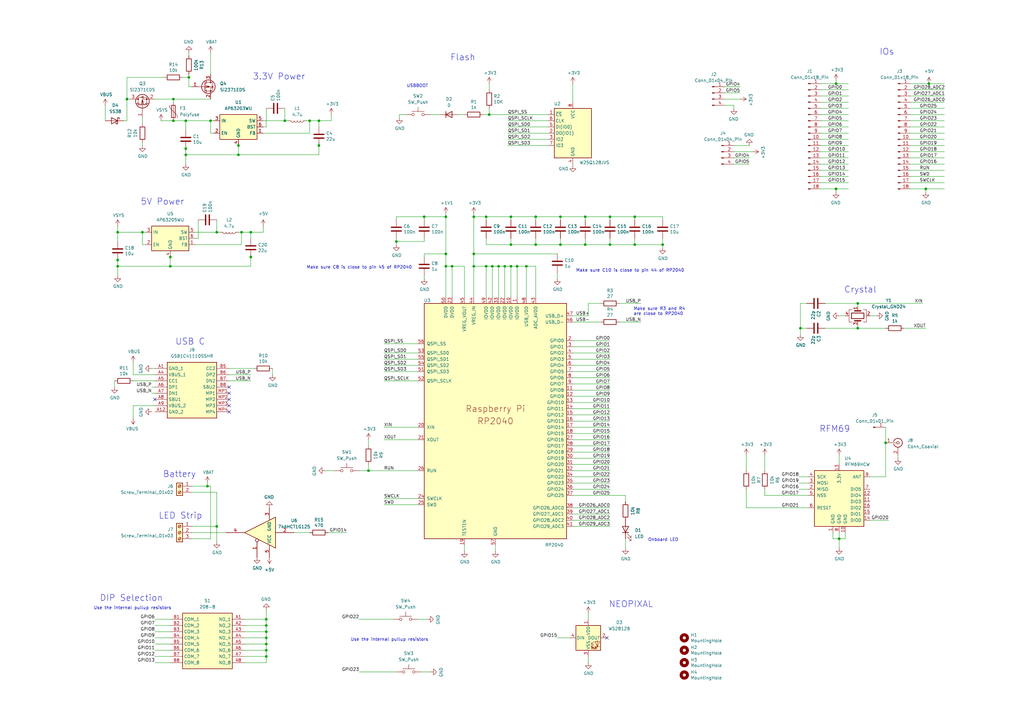
<source format=kicad_sch>
(kicad_sch (version 20250114) (generator "eeschema") (generator_version "9.0")
  (paper "A3")
  (title_block (title "RP2040 RFM69") (date "2024-11-05") (rev "REV1") (company "Bradford Henson") (comment 1 "Based on Pi Pico Minimal Design"))
  (text "DIP Selection" (at 40.894 246.888 0) (effects (font (size 2.54 2.54)) (justify left bottom)))
  (text "Use the internal pullup resistors" (at 143.764 263.144 0) (effects (font (size 1.27 1.27)) (justify left bottom)))
  (text "NEOPIXAL" (at 249.682 249.428 0) (effects (font (size 2.54 2.54)) (justify left bottom)))
  (text "RFM69" (at 336.042 177.546 0) (effects (font (size 2.54 2.54)) (justify left bottom)))
  (text "IOs" (at 360.68 22.86 0) (effects (font (size 2.54 2.54)) (justify left bottom)))
  (text "Crystal" (at 346.202 120.396 0) (effects (font (size 2.54 2.54)) (justify left bottom)))
  (text "USB C" (at 71.882 141.732 0) (effects (font (size 2.54 2.54)) (justify left bottom)))
  (text "Make sure C8 is close to pin 45 of RP2040" (at 125.73 110.49 0) (effects (font (size 1.27 1.27)) (justify left bottom)))
  (text "Battery" (at 66.802 196.088 0) (effects (font (size 2.54 2.54)) (justify left bottom)))
  (text "LED Strip" (at 65.024 213.106 0) (effects (font (size 2.54 2.54)) (justify left bottom)))
  (text "USBBOOT" (at 171.196 35.306 0) (effects (font (size 1.27 1.27))))
  (text "3.3V Power" (at 103.632 33.02 0) (effects (font (size 2.54 2.54)) (justify left bottom)))
  (text "Make sure C10 is close to pin 44 of RP2040" (at 236.22 111.76 0) (effects (font (size 1.27 1.27)) (justify left bottom)))
  (text "Onboard LED" (at 272.034 221.488 0) (effects (font (size 1.27 1.27))))
  (text "Make sure R3 and R4 \nare close to RP2040" (at 259.842 129.54 0) (effects (font (size 1.27 1.27)) (justify left bottom)))
  (text "5V Power" (at 57.658 84.328 0) (effects (font (size 2.54 2.54)) (justify left bottom)))
  (text "Use the internal pullup resistors" (at 38.354 250.19 0) (effects (font (size 1.27 1.27)) (justify left bottom)))
  (text "Flash" (at 184.658 25.146 0) (effects (font (size 2.54 2.54)) (justify left bottom)))
  (junction (at 109.22 264.16))
  (junction (at 250.19 100.33))
  (junction (at 379.73 77.47))
  (junction (at 240.03 88.9))
  (junction (at 207.01 109.22))
  (junction (at 204.47 109.22))
  (junction (at 182.88 104.14))
  (junction (at 194.31 104.14))
  (junction (at 173.99 88.9))
  (junction (at 194.31 109.22))
  (junction (at 99.06 95.25))
  (junction (at 88.9 95.25))
  (junction (at 328.295 134.62))
  (junction (at 342.9 34.29))
  (junction (at 71.12 49.53))
  (junction (at 85.09 199.39))
  (junction (at 182.88 109.22))
  (junction (at 185.42 109.22))
  (junction (at 209.55 109.22))
  (junction (at 162.56 99.06))
  (junction (at 229.87 100.33))
  (junction (at 209.55 100.33))
  (junction (at 351.79 134.62))
  (junction (at 381 34.29))
  (junction (at 219.71 88.9))
  (junction (at 76.2 60.96))
  (junction (at 48.26 109.22))
  (junction (at 116.84 49.53))
  (junction (at 69.85 109.22))
  (junction (at 271.78 100.33))
  (junction (at 76.2 49.53))
  (junction (at 58.42 95.25))
  (junction (at 250.19 88.9))
  (junction (at 76.2 63.5))
  (junction (at 52.07 40.64))
  (junction (at 229.87 88.9))
  (junction (at 77.47 31.75))
  (junction (at 130.81 49.53))
  (junction (at 102.87 105.41))
  (junction (at 102.87 95.25))
  (junction (at 351.79 124.46))
  (junction (at 199.39 88.9))
  (junction (at 342.9 77.47))
  (junction (at 97.79 63.5))
  (junction (at 109.22 266.7))
  (junction (at 182.88 88.9))
  (junction (at 127 49.53))
  (junction (at 69.85 105.41))
  (junction (at 109.22 254))
  (junction (at 48.26 106.68))
  (junction (at 71.12 40.64))
  (junction (at 48.26 95.25))
  (junction (at 88.9 215.9))
  (junction (at 240.03 100.33))
  (junction (at 212.09 109.22))
  (junction (at 200.66 46.99))
  (junction (at 260.35 100.33))
  (junction (at 86.36 49.53))
  (junction (at 363.22 181.61))
  (junction (at 109.22 269.24))
  (junction (at 260.35 88.9))
  (junction (at 109.22 259.08))
  (junction (at 109.22 256.54))
  (junction (at 201.93 109.22))
  (junction (at 194.31 88.9))
  (junction (at 97.79 59.69))
  (junction (at 199.39 109.22))
  (junction (at 219.71 100.33))
  (junction (at 344.17 220.98))
  (junction (at 130.81 59.69))
  (junction (at 109.22 261.62))
  (junction (at 151.13 193.04))
  (junction (at 209.55 88.9))
  (junction (at 215.9 109.22))
  (no_connect (at 93.98 168.91))
  (no_connect (at 93.98 161.29))
  (no_connect (at 93.98 166.37))
  (no_connect (at 93.98 163.83))
  (no_connect (at 63.5 163.83))
  (no_connect (at 93.98 158.75))
  (no_connect (at 248.92 261.62))
  (wire (pts (xy 100.33 254) (xy 109.22 254)))
  (wire (pts (xy 240.03 88.9) (xy 250.19 88.9)))
  (wire (pts (xy 204.47 109.22) (xy 207.01 109.22)))
  (wire (pts (xy 373.38 39.37) (xy 387.35 39.37)))
  (wire (pts (xy 182.88 109.22) (xy 182.88 121.92)))
  (wire (pts (xy 234.95 165.1) (xy 250.19 165.1)))
  (wire (pts (xy 100.33 266.7) (xy 109.22 266.7)))
  (wire (pts (xy 162.56 99.06) (xy 173.99 99.06)))
  (wire (pts (xy 229.87 88.9) (xy 240.03 88.9)))
  (wire (pts (xy 336.55 72.39) (xy 347.98 72.39)))
  (wire (pts (xy 241.3 124.46) (xy 241.3 129.54)))
  (wire (pts (xy 344.17 218.44) (xy 344.17 220.98)))
  (wire (pts (xy 102.87 105.41) (xy 102.87 109.22)))
  (wire (pts (xy 373.38 59.69) (xy 387.35 59.69)))
  (wire (pts (xy 260.35 88.9) (xy 271.78 88.9)))
  (wire (pts (xy 219.71 100.33) (xy 229.87 100.33)))
  (wire (pts (xy 373.38 57.15) (xy 387.35 57.15)))
  (wire (pts (xy 102.87 109.22) (xy 69.85 109.22)))
  (wire (pts (xy 109.22 256.54) (xy 109.22 254)))
  (wire (pts (xy 97.79 95.25) (xy 99.06 95.25)))
  (wire (pts (xy 336.55 36.83) (xy 347.98 36.83)))
  (wire (pts (xy 351.79 133.35) (xy 351.79 134.62)))
  (wire (pts (xy 336.55 62.23) (xy 347.98 62.23)))
  (wire (pts (xy 212.09 109.22) (xy 215.9 109.22)))
  (wire (pts (xy 100.33 269.24) (xy 109.22 269.24)))
  (wire (pts (xy 87.63 54.61) (xy 86.36 54.61)))
  (wire (pts (xy 271.78 97.79) (xy 271.78 100.33)))
  (wire (pts (xy 224.79 59.69) (xy 208.28 59.69)))
  (wire (pts (xy 120.65 218.44) (xy 127 218.44)))
  (wire (pts (xy 219.71 90.17) (xy 219.71 88.9)))
  (wire (pts (xy 300.99 67.31) (xy 307.34 67.31)))
  (wire (pts (xy 182.88 87.63) (xy 182.88 88.9)))
  (wire (pts (xy 234.95 177.8) (xy 250.19 177.8)))
  (wire (pts (xy 100.33 271.78) (xy 109.22 271.78)))
  (wire (pts (xy 336.55 57.15) (xy 347.98 57.15)))
  (wire (pts (xy 147.32 193.04) (xy 151.13 193.04)))
  (wire (pts (xy 71.12 40.64) (xy 71.12 41.91)))
  (wire (pts (xy 109.22 261.62) (xy 109.22 259.08)))
  (wire (pts (xy 297.18 40.64) (xy 303.53 40.64)))
  (wire (pts (xy 373.38 74.93) (xy 387.35 74.93)))
  (wire (pts (xy 100.33 264.16) (xy 109.22 264.16)))
  (wire (pts (xy 209.55 100.33) (xy 199.39 100.33)))
  (wire (pts (xy 234.95 203.2) (xy 256.54 203.2)))
  (wire (pts (xy 356.87 129.54) (xy 359.41 129.54)))
  (wire (pts (xy 313.69 200.66) (xy 313.69 203.2)))
  (wire (pts (xy 109.22 269.24) (xy 109.22 266.7)))
  (wire (pts (xy 199.39 109.22) (xy 201.93 109.22)))
  (wire (pts (xy 241.3 269.24) (xy 241.3 271.78)))
  (wire (pts (xy 134.62 218.44) (xy 142.24 218.44)))
  (wire (pts (xy 80.01 100.33) (xy 99.06 100.33)))
  (wire (pts (xy 234.95 198.12) (xy 250.19 198.12)))
  (wire (pts (xy 63.5 271.78) (xy 69.85 271.78)))
  (wire (pts (xy 54.61 153.67) (xy 54.61 148.59)))
  (wire (pts (xy 234.95 132.08) (xy 246.38 132.08)))
  (wire (pts (xy 85.09 199.39) (xy 86.36 199.39)))
  (wire (pts (xy 54.61 156.21) (xy 63.5 156.21)))
  (wire (pts (xy 342.9 78.74) (xy 342.9 77.47)))
  (wire (pts (xy 234.95 139.7) (xy 250.19 139.7)))
  (wire (pts (xy 373.38 64.77) (xy 387.35 64.77)))
  (wire (pts (xy 63.5 40.64) (xy 71.12 40.64)))
  (wire (pts (xy 208.28 49.53) (xy 224.79 49.53)))
  (wire (pts (xy 313.69 186.69) (xy 313.69 193.04)))
  (wire (pts (xy 76.2 49.53) (xy 86.36 49.53)))
  (wire (pts (xy 254 124.46) (xy 262.89 124.46)))
  (wire (pts (xy 215.9 109.22) (xy 219.71 109.22)))
  (wire (pts (xy 86.36 21.59) (xy 86.36 30.48)))
  (wire (pts (xy 190.5 121.92) (xy 190.5 109.22)))
  (wire (pts (xy 62.23 158.75) (xy 63.5 158.75)))
  (wire (pts (xy 52.07 31.75) (xy 52.07 40.64)))
  (wire (pts (xy 373.38 72.39) (xy 387.35 72.39)))
  (wire (pts (xy 219.71 97.79) (xy 219.71 100.33)))
  (wire (pts (xy 63.5 166.37) (xy 54.61 166.37)))
  (wire (pts (xy 234.95 144.78) (xy 250.19 144.78)))
  (wire (pts (xy 86.36 220.98) (xy 78.74 220.98)))
  (wire (pts (xy 86.36 49.53) (xy 87.63 49.53)))
  (wire (pts (xy 76.2 60.96) (xy 76.2 63.5)))
  (wire (pts (xy 228.6 261.62) (xy 233.68 261.62)))
  (wire (pts (xy 109.22 266.7) (xy 109.22 264.16)))
  (wire (pts (xy 182.88 104.14) (xy 182.88 109.22)))
  (wire (pts (xy 76.2 49.53) (xy 76.2 53.34)))
  (wire (pts (xy 250.19 100.33) (xy 260.35 100.33)))
  (wire (pts (xy 163.83 46.99) (xy 163.83 48.26)))
  (wire (pts (xy 109.22 250.19) (xy 109.22 254)))
  (wire (pts (xy 99.06 95.25) (xy 102.87 95.25)))
  (wire (pts (xy 162.56 88.9) (xy 173.99 88.9)))
  (wire (pts (xy 109.22 271.78) (xy 109.22 269.24)))
  (wire (pts (xy 327.66 195.58) (xy 331.47 195.58)))
  (wire (pts (xy 234.95 213.36) (xy 250.19 213.36)))
  (wire (pts (xy 200.66 44.45) (xy 200.66 46.99)))
  (wire (pts (xy 88.9 95.25) (xy 90.17 95.25)))
  (wire (pts (xy 48.26 95.25) (xy 58.42 95.25)))
  (wire (pts (xy 116.84 49.53) (xy 116.84 44.45)))
  (wire (pts (xy 313.69 203.2) (xy 331.47 203.2)))
  (wire (pts (xy 162.56 97.79) (xy 162.56 99.06)))
  (wire (pts (xy 93.98 153.67) (xy 102.87 153.67)))
  (wire (pts (xy 130.81 49.53) (xy 135.89 49.53)))
  (wire (pts (xy 99.06 100.33) (xy 99.06 95.25)))
  (wire (pts (xy 176.53 275.59) (xy 172.72 275.59)))
  (wire (pts (xy 63.5 269.24) (xy 69.85 269.24)))
  (wire (pts (xy 157.48 152.4) (xy 171.45 152.4)))
  (wire (pts (xy 135.89 49.53) (xy 135.89 46.99)))
  (wire (pts (xy 63.5 259.08) (xy 69.85 259.08)))
  (wire (pts (xy 373.38 36.83) (xy 387.35 36.83)))
  (wire (pts (xy 125.73 49.53) (xy 127 49.53)))
  (wire (pts (xy 219.71 109.22) (xy 219.71 121.92)))
  (wire (pts (xy 173.99 88.9) (xy 182.88 88.9)))
  (wire (pts (xy 373.38 44.45) (xy 387.35 44.45)))
  (wire (pts (xy 194.31 104.14) (xy 228.6 104.14)))
  (wire (pts (xy 336.55 64.77) (xy 347.98 64.77)))
  (wire (pts (xy 86.36 54.61) (xy 86.36 49.53)))
  (wire (pts (xy 234.95 67.945) (xy 234.95 67.31)))
  (wire (pts (xy 204.47 121.92) (xy 204.47 109.22)))
  (wire (pts (xy 100.33 259.08) (xy 109.22 259.08)))
  (wire (pts (xy 88.9 215.9) (xy 88.9 222.25)))
  (wire (pts (xy 182.88 88.9) (xy 182.88 104.14)))
  (wire (pts (xy 48.26 109.22) (xy 48.26 113.03)))
  (wire (pts (xy 63.5 256.54) (xy 69.85 256.54)))
  (wire (pts (xy 69.85 104.14) (xy 69.85 105.41)))
  (wire (pts (xy 157.48 147.32) (xy 171.45 147.32)))
  (wire (pts (xy 93.98 156.21) (xy 102.87 156.21)))
  (wire (pts (xy 88.9 95.25) (xy 88.9 90.17)))
  (wire (pts (xy 379.73 77.47) (xy 387.35 77.47)))
  (wire (pts (xy 207.01 109.22) (xy 209.55 109.22)))
  (wire (pts (xy 48.26 109.22) (xy 69.85 109.22)))
  (wire (pts (xy 176.53 46.99) (xy 180.34 46.99)))
  (wire (pts (xy 199.39 88.9) (xy 209.55 88.9)))
  (wire (pts (xy 344.17 220.98) (xy 346.71 220.98)))
  (wire (pts (xy 240.03 90.17) (xy 240.03 88.9)))
  (wire (pts (xy 80.01 95.25) (xy 88.9 95.25)))
  (wire (pts (xy 224.79 54.61) (xy 208.28 54.61)))
  (wire (pts (xy 373.38 54.61) (xy 387.35 54.61)))
  (wire (pts (xy 69.85 105.41) (xy 69.85 109.22)))
  (wire (pts (xy 199.39 90.17) (xy 199.39 88.9)))
  (wire (pts (xy 77.47 21.59) (xy 77.47 22.86)))
  (wire (pts (xy 194.31 88.9) (xy 199.39 88.9)))
  (wire (pts (xy 212.09 109.22) (xy 212.09 121.92)))
  (wire (pts (xy 52.07 49.53) (xy 52.07 40.64)))
  (wire (pts (xy 297.18 43.18) (xy 300.99 43.18)))
  (wire (pts (xy 201.93 121.92) (xy 201.93 109.22)))
  (wire (pts (xy 102.87 95.25) (xy 107.95 95.25)))
  (wire (pts (xy 336.55 59.69) (xy 347.98 59.69)))
  (wire (pts (xy 328.295 134.62) (xy 328.295 137.16)))
  (wire (pts (xy 234.95 129.54) (xy 241.3 129.54)))
  (wire (pts (xy 336.55 54.61) (xy 347.98 54.61)))
  (wire (pts (xy 373.38 62.23) (xy 387.35 62.23)))
  (wire (pts (xy 102.87 104.14) (xy 102.87 105.41)))
  (wire (pts (xy 194.31 88.9) (xy 194.31 104.14)))
  (wire (pts (xy 171.45 180.34) (xy 157.48 180.34)))
  (wire (pts (xy 356.87 213.36) (xy 364.49 213.36)))
  (wire (pts (xy 171.45 140.97) (xy 157.48 140.97)))
  (wire (pts (xy 59.69 100.33) (xy 58.42 100.33)))
  (wire (pts (xy 260.35 97.79) (xy 260.35 100.33)))
  (wire (pts (xy 85.09 198.12) (xy 85.09 199.39)))
  (wire (pts (xy 370.84 134.62) (xy 379.73 134.62)))
  (wire (pts (xy 63.5 153.67) (xy 54.61 153.67)))
  (wire (pts (xy 341.63 220.98) (xy 344.17 220.98)))
  (wire (pts (xy 201.93 109.22) (xy 204.47 109.22)))
  (wire (pts (xy 234.95 175.26) (xy 250.19 175.26)))
  (wire (pts (xy 234.95 154.94) (xy 250.19 154.94)))
  (wire (pts (xy 173.99 99.06) (xy 173.99 97.79)))
  (wire (pts (xy 209.55 90.17) (xy 209.55 88.9)))
  (wire (pts (xy 234.95 208.28) (xy 250.19 208.28)))
  (wire (pts (xy 74.93 31.75) (xy 77.47 31.75)))
  (wire (pts (xy 97.79 59.69) (xy 97.79 63.5)))
  (wire (pts (xy 381 34.29) (xy 387.35 34.29)))
  (wire (pts (xy 219.71 88.9) (xy 229.87 88.9)))
  (wire (pts (xy 194.31 104.14) (xy 194.31 109.22)))
  (wire (pts (xy 66.04 49.53) (xy 71.12 49.53)))
  (wire (pts (xy 194.31 87.63) (xy 194.31 88.9)))
  (wire (pts (xy 373.38 77.47) (xy 379.73 77.47)))
  (wire (pts (xy 58.42 100.33) (xy 58.42 95.25)))
  (wire (pts (xy 81.28 97.79) (xy 81.28 90.17)))
  (wire (pts (xy 234.95 157.48) (xy 250.19 157.48)))
  (wire (pts (xy 173.99 105.41) (xy 173.99 104.14)))
  (wire (pts (xy 224.79 57.15) (xy 208.28 57.15)))
  (wire (pts (xy 80.01 97.79) (xy 81.28 97.79)))
  (wire (pts (xy 297.18 35.56) (xy 303.53 35.56)))
  (wire (pts (xy 107.95 95.25) (xy 107.95 92.71)))
  (wire (pts (xy 306.07 186.69) (xy 306.07 193.04)))
  (wire (pts (xy 198.12 46.99) (xy 200.66 46.99)))
  (wire (pts (xy 300.99 64.77) (xy 307.34 64.77)))
  (wire (pts (xy 351.79 124.46) (xy 378.46 124.46)))
  (wire (pts (xy 327.66 198.12) (xy 331.47 198.12)))
  (wire (pts (xy 234.95 215.9) (xy 250.19 215.9)))
  (wire (pts (xy 151.13 190.5) (xy 151.13 193.04)))
  (wire (pts (xy 336.55 49.53) (xy 347.98 49.53)))
  (wire (pts (xy 209.55 97.79) (xy 209.55 100.33)))
  (wire (pts (xy 109.22 259.08) (xy 109.22 256.54)))
  (wire (pts (xy 185.42 121.92) (xy 185.42 109.22)))
  (wire (pts (xy 166.37 46.99) (xy 163.83 46.99)))
  (wire (pts (xy 240.03 97.79) (xy 240.03 100.33)))
  (wire (pts (xy 107.95 52.07) (xy 109.22 52.07)))
  (wire (pts (xy 327.66 200.66) (xy 331.47 200.66)))
  (wire (pts (xy 111.76 151.13) (xy 111.76 153.67)))
  (wire (pts (xy 133.35 193.04) (xy 137.16 193.04)))
  (wire (pts (xy 76.2 63.5) (xy 97.79 63.5)))
  (wire (pts (xy 256.54 220.98) (xy 256.54 224.79)))
  (wire (pts (xy 58.42 48.26) (xy 58.42 50.8)))
  (wire (pts (xy 77.47 30.48) (xy 77.47 31.75)))
  (wire (pts (xy 228.6 111.76) (xy 228.6 114.3)))
  (wire (pts (xy 300.99 43.18) (xy 300.99 44.45)))
  (wire (pts (xy 234.95 160.02) (xy 250.19 160.02)))
  (wire (pts (xy 46.99 156.21) (xy 46.99 158.75)))
  (wire (pts (xy 209.55 121.92) (xy 209.55 109.22)))
  (wire (pts (xy 77.47 35.56) (xy 78.74 35.56)))
  (wire (pts (xy 338.455 134.62) (xy 351.79 134.62)))
  (wire (pts (xy 229.87 100.33) (xy 240.03 100.33)))
  (wire (pts (xy 330.835 134.62) (xy 328.295 134.62)))
  (wire (pts (xy 52.07 40.64) (xy 53.34 40.64)))
  (wire (pts (xy 102.87 95.25) (xy 102.87 97.79)))
  (wire (pts (xy 240.03 100.33) (xy 250.19 100.33)))
  (wire (pts (xy 187.96 46.99) (xy 190.5 46.99)))
  (wire (pts (xy 77.47 31.75) (xy 77.47 35.56)))
  (wire (pts (xy 107.95 54.61) (xy 127 54.61)))
  (wire (pts (xy 234.95 147.32) (xy 250.19 147.32)))
  (wire (pts (xy 356.87 195.58) (xy 363.22 195.58)))
  (wire (pts (xy 260.35 90.17) (xy 260.35 88.9)))
  (wire (pts (xy 171.45 207.01) (xy 157.48 207.01)))
  (wire (pts (xy 306.07 200.66) (xy 306.07 208.28)))
  (wire (pts (xy 346.71 218.44) (xy 346.71 220.98)))
  (wire (pts (xy 271.78 100.33) (xy 271.78 101.6)))
  (wire (pts (xy 271.78 88.9) (xy 271.78 90.17)))
  (wire (pts (xy 234.95 185.42) (xy 250.19 185.42)))
  (wire (pts (xy 151.13 193.04) (xy 171.45 193.04)))
  (wire (pts (xy 130.81 59.69) (xy 130.81 63.5)))
  (wire (pts (xy 100.33 261.62) (xy 109.22 261.62)))
  (wire (pts (xy 71.12 40.64) (xy 86.36 40.64)))
  (wire (pts (xy 127 54.61) (xy 127 49.53)))
  (wire (pts (xy 171.45 156.21) (xy 157.48 156.21)))
  (wire (pts (xy 86.36 199.39) (xy 86.36 220.98)))
  (wire (pts (xy 203.2 223.52) (xy 203.2 226.06)))
  (wire (pts (xy 344.17 220.98) (xy 344.17 224.79)))
  (wire (pts (xy 342.9 34.29) (xy 342.9 33.02)))
  (wire (pts (xy 63.5 266.7) (xy 69.85 266.7)))
  (wire (pts (xy 241.3 251.46) (xy 241.3 254)))
  (wire (pts (xy 336.55 77.47) (xy 342.9 77.47)))
  (wire (pts (xy 173.99 104.14) (xy 182.88 104.14)))
  (wire (pts (xy 234.95 182.88) (xy 250.19 182.88)))
  (wire (pts (xy 224.79 52.07) (xy 208.28 52.07)))
  (wire (pts (xy 147.32 254) (xy 161.29 254)))
  (wire (pts (xy 342.9 77.47) (xy 347.98 77.47)))
  (wire (pts (xy 373.38 41.91) (xy 387.35 41.91)))
  (wire (pts (xy 175.26 254) (xy 171.45 254)))
  (wire (pts (xy 199.39 97.79) (xy 199.39 100.33)))
  (wire (pts (xy 109.22 264.16) (xy 109.22 261.62)))
  (wire (pts (xy 190.5 223.52) (xy 190.5 226.06)))
  (wire (pts (xy 351.79 134.62) (xy 363.22 134.62)))
  (wire (pts (xy 234.95 187.96) (xy 250.19 187.96)))
  (wire (pts (xy 373.38 52.07) (xy 387.35 52.07)))
  (wire (pts (xy 330.835 124.46) (xy 328.295 124.46)))
  (wire (pts (xy 234.95 167.64) (xy 250.19 167.64)))
  (wire (pts (xy 368.3 186.69) (xy 368.3 187.96)))
  (wire (pts (xy 234.95 193.04) (xy 250.19 193.04)))
  (wire (pts (xy 63.5 264.16) (xy 69.85 264.16)))
  (wire (pts (xy 109.22 52.07) (xy 109.22 44.45)))
  (wire (pts (xy 373.38 67.31) (xy 387.35 67.31)))
  (wire (pts (xy 300.99 62.23) (xy 308.61 62.23)))
  (wire (pts (xy 336.55 74.93) (xy 347.98 74.93)))
  (wire (pts (xy 107.95 49.53) (xy 116.84 49.53)))
  (wire (pts (xy 63.5 254) (xy 69.85 254)))
  (wire (pts (xy 185.42 109.22) (xy 182.88 109.22)))
  (wire (pts (xy 342.9 34.29) (xy 347.98 34.29)))
  (wire (pts (xy 341.63 218.44) (xy 341.63 220.98)))
  (wire (pts (xy 254 132.08) (xy 262.89 132.08)))
  (wire (pts (xy 71.12 49.53) (xy 76.2 49.53)))
  (wire (pts (xy 234.95 172.72) (xy 250.19 172.72)))
  (wire (pts (xy 328.295 124.46) (xy 328.295 134.62)))
  (wire (pts (xy 260.35 100.33) (xy 271.78 100.33)))
  (wire (pts (xy 88.9 201.93) (xy 88.9 215.9)))
  (wire (pts (xy 130.81 58.42) (xy 130.81 59.69)))
  (wire (pts (xy 157.48 144.78) (xy 171.45 144.78)))
  (wire (pts (xy 336.55 41.91) (xy 347.98 41.91)))
  (wire (pts (xy 373.38 49.53) (xy 387.35 49.53)))
  (wire (pts (xy 363.22 195.58) (xy 363.22 181.61)))
  (wire (pts (xy 351.79 124.46) (xy 351.79 125.73)))
  (wire (pts (xy 379.73 78.74) (xy 379.73 77.47)))
  (wire (pts (xy 234.95 162.56) (xy 250.19 162.56)))
  (wire (pts (xy 209.55 88.9) (xy 219.71 88.9)))
  (wire (pts (xy 234.95 180.34) (xy 250.19 180.34)))
  (wire (pts (xy 194.31 109.22) (xy 199.39 109.22)))
  (wire (pts (xy 162.56 90.17) (xy 162.56 88.9)))
  (wire (pts (xy 241.3 124.46) (xy 246.38 124.46)))
  (wire (pts (xy 300.99 59.69) (xy 307.34 59.69)))
  (wire (pts (xy 162.56 99.06) (xy 162.56 100.33)))
  (wire (pts (xy 250.19 97.79) (xy 250.19 100.33)))
  (wire (pts (xy 157.48 175.26) (xy 171.45 175.26)))
  (wire (pts (xy 78.74 215.9) (xy 88.9 215.9)))
  (wire (pts (xy 234.95 170.18) (xy 250.19 170.18)))
  (wire (pts (xy 50.8 49.53) (xy 52.07 49.53)))
  (wire (pts (xy 62.23 161.29) (xy 63.5 161.29)))
  (wire (pts (xy 336.55 44.45) (xy 347.98 44.45)))
  (wire (pts (xy 43.18 43.18) (xy 43.18 49.53)))
  (wire (pts (xy 157.48 149.86) (xy 171.45 149.86)))
  (wire (pts (xy 130.81 49.53) (xy 130.81 52.07)))
  (wire (pts (xy 63.5 261.62) (xy 69.85 261.62)))
  (wire (pts (xy 234.95 152.4) (xy 250.19 152.4)))
  (wire (pts (xy 76.2 63.5) (xy 76.2 67.31)))
  (wire (pts (xy 336.55 39.37) (xy 347.98 39.37)))
  (wire (pts (xy 234.95 195.58) (xy 250.19 195.58)))
  (wire (pts (xy 306.07 208.28) (xy 331.47 208.28)))
  (wire (pts (xy 234.95 142.24) (xy 250.19 142.24)))
  (wire (pts (xy 297.18 38.1) (xy 303.53 38.1)))
  (wire (pts (xy 373.38 34.29) (xy 381 34.29)))
  (wire (pts (xy 209.55 109.22) (xy 212.09 109.22)))
  (wire (pts (xy 200.66 46.99) (xy 224.79 46.99)))
  (wire (pts (xy 336.55 46.99) (xy 347.98 46.99)))
  (wire (pts (xy 199.39 121.92) (xy 199.39 109.22)))
  (wire (pts (xy 151.13 180.34) (xy 151.13 182.88)))
  (wire (pts (xy 78.74 218.44) (xy 92.71 218.44)))
  (wire (pts (xy 336.55 34.29) (xy 342.9 34.29)))
  (wire (pts (xy 336.55 69.85) (xy 347.98 69.85)))
  (wire (pts (xy 250.19 88.9) (xy 260.35 88.9)))
  (wire (pts (xy 52.07 31.75) (xy 67.31 31.75)))
  (wire (pts (xy 58.42 95.25) (xy 59.69 95.25)))
  (wire (pts (xy 78.74 201.93) (xy 88.9 201.93)))
  (wire (pts (xy 97.79 58.42) (xy 97.79 59.69)))
  (wire (pts (xy 373.38 46.99) (xy 387.35 46.99)))
  (wire (pts (xy 48.26 105.41) (xy 48.26 106.68)))
  (wire (pts (xy 62.23 151.13) (xy 63.5 151.13)))
  (wire (pts (xy 54.61 166.37) (xy 54.61 171.45)))
  (wire (pts (xy 200.66 34.29) (xy 200.66 36.83)))
  (wire (pts (xy 209.55 100.33) (xy 219.71 100.33)))
  (wire (pts (xy 147.32 275.59) (xy 162.56 275.59)))
  (wire (pts (xy 336.55 67.31) (xy 347.98 67.31)))
  (wire (pts (xy 207.01 121.92) (xy 207.01 109.22)))
  (wire (pts (xy 173.99 90.17) (xy 173.99 88.9)))
  (wire (pts (xy 78.74 199.39) (xy 85.09 199.39)))
  (wire (pts (xy 100.33 256.54) (xy 109.22 256.54)))
  (wire (pts (xy 190.5 109.22) (xy 185.42 109.22)))
  (wire (pts (xy 116.84 49.53) (xy 118.11 49.53)))
  (wire (pts (xy 250.19 90.17) (xy 250.19 88.9)))
  (wire (pts (xy 229.87 97.79) (xy 229.87 100.33)))
  (wire (pts (xy 234.95 190.5) (xy 250.19 190.5)))
  (wire (pts (xy 76.2 59.69) (xy 76.2 60.96)))
  (wire (pts (xy 234.95 200.66) (xy 250.19 200.66)))
  (wire (pts (xy 256.54 203.2) (xy 256.54 205.74)))
  (wire (pts (xy 215.9 121.92) (xy 215.9 109.22)))
  (wire (pts (xy 127 49.53) (xy 130.81 49.53)))
  (wire (pts (xy 344.17 129.54) (xy 346.71 129.54)))
  (wire (pts (xy 229.87 90.17) (xy 229.87 88.9)))
  (wire (pts (xy 130.81 63.5) (xy 97.79 63.5)))
  (wire (pts (xy 48.26 106.68) (xy 48.26 109.22)))
  (wire (pts (xy 344.17 186.69) (xy 344.17 190.5)))
  (wire (pts (xy 58.42 58.42) (xy 58.42 59.69)))
  (wire (pts (xy 171.45 204.47) (xy 157.48 204.47)))
  (wire (pts (xy 48.26 92.71) (xy 48.26 95.25)))
  (wire (pts (xy 194.31 121.92) (xy 194.31 109.22)))
  (wire (pts (xy 173.99 113.03) (xy 173.99 114.3)))
  (wire (pts (xy 93.98 151.13) (xy 104.14 151.13)))
  (wire (pts (xy 336.55 52.07) (xy 347.98 52.07)))
  (wire (pts (xy 373.38 69.85) (xy 387.35 69.85)))
  (wire (pts (xy 234.95 210.82) (xy 250.19 210.82)))
  (wire (pts (xy 234.95 149.86) (xy 250.19 149.86)))
  (wire (pts (xy 48.26 95.25) (xy 48.26 99.06)))
  (wire (pts (xy 363.22 175.26) (xy 363.22 181.61)))
  (wire (pts (xy 234.95 34.29) (xy 234.95 41.91)))
  (wire (pts (xy 338.455 124.46) (xy 351.79 124.46)))
  (label "XOUT" (at 379.73 134.62 180))
  (label "GPIO21" (at 327.66 208.28 180))
  (label "GPIO24" (at 377.19 46.99 0))
  (label "GPIO3" (at 345.44 44.45 180))
  (label "GPIO5" (at 307.34 67.31 180))
  (label "QSPI_SS" (at 208.28 46.99 0))
  (label "QSPI_SD3" (at 208.28 59.69 0))
  (label "USB_N" (at 62.23 161.29 180))
  (label "GPIO11" (at 63.5 266.7 180))
  (label "GPIO7" (at 345.44 54.61 180))
  (label "QSPI_SD2" (at 157.48 149.86 0))
  (label "GPIO4" (at 250.19 149.86 180))
  (label "GPIO18" (at 327.66 195.58 180))
  (label "GPIO21" (at 377.19 54.61 0))
  (label "RUN" (at 157.48 193.04 0))
  (label "XOUT" (at 157.48 180.34 0))
  (label "GPIO10" (at 346.71 62.23 180))
  (label "GPIO29_ADC3" (at 250.19 215.9 180))
  (label "QSPI_SD1" (at 157.48 147.32 0))
  (label "GPIO22" (at 147.32 254 180))
  (label "GPIO13" (at 250.19 172.72 180))
  (label "GPIO5" (at 303.53 38.1 180))
  (label "GPIO6" (at 250.19 154.94 180))
  (label "GPIO28_ADC2" (at 374.65 36.83 0))
  (label "SWD" (at 157.48 207.01 0))
  (label "GPIO20" (at 250.19 190.5 180))
  (label "QSPI_SD1" (at 208.28 54.61 0))
  (label "QSPI_SD3" (at 157.48 152.4 0))
  (label "GPIO6" (at 345.44 52.07 180))
  (label "SWD" (at 377.19 72.39 0))
  (label "GPIO17" (at 327.66 203.2 180))
  (label "RUN" (at 377.19 69.85 0))
  (label "GPIO18" (at 250.19 185.42 180))
  (label "GPIO25" (at 250.19 203.2 180))
  (label "GPIO2" (at 345.44 41.91 180))
  (label "GPIO1" (at 345.44 39.37 180))
  (label "GPIO19" (at 327.66 198.12 180))
  (label "GPIO7" (at 63.5 256.54 180))
  (label "GPIO0" (at 250.19 139.7 180))
  (label "USB_P" (at 62.23 158.75 180))
  (label "GPIO6" (at 63.5 254 180))
  (label "GPIO8" (at 345.44 57.15 180))
  (label "GPIO11" (at 346.71 64.77 180))
  (label "GPIO21" (at 250.19 193.04 180))
  (label "GPIO11" (at 250.19 167.64 180))
  (label "GPIO17" (at 377.19 64.77 0))
  (label "GPIO27_ADC1" (at 250.19 210.82 180))
  (label "GPIO8" (at 63.5 259.08 180))
  (label "GPIO1" (at 250.19 142.24 180))
  (label "GPIO9" (at 63.5 261.62 180))
  (label "XIN" (at 378.46 124.46 180))
  (label "GPIO16" (at 327.66 200.66 180))
  (label "GPIO4" (at 345.44 46.99 180))
  (label "GPIO14" (at 250.19 175.26 180))
  (label "GPIO3" (at 250.19 147.32 180))
  (label "USB_N" (at 262.89 132.08 180))
  (label "GPIO10" (at 250.19 165.1 180))
  (label "GPIO23" (at 147.32 275.59 180))
  (label "GPIO23" (at 250.19 198.12 180))
  (label "SWCLK" (at 157.48 204.47 0))
  (label "GPIO9" (at 345.44 59.69 180))
  (label "GPIO10" (at 63.5 264.16 180))
  (label "QSPI_SCLK" (at 157.48 156.21 0))
  (label "USB+" (at 236.22 129.54 0))
  (label "GPIO27_ADC1" (at 374.65 39.37 0))
  (label "GPIO25" (at 377.19 44.45 0))
  (label "GPIO12" (at 346.71 67.31 180))
  (label "USB-" (at 236.22 132.08 0))
  (label "QSPI_SD0" (at 157.48 144.78 0))
  (label "GPIO5" (at 345.44 49.53 180))
  (label "GPIO17" (at 250.19 182.88 180))
  (label "GPIO18" (at 377.19 62.23 0))
  (label "GPIO2" (at 250.19 144.78 180))
  (label "GPIO9" (at 250.19 162.56 180))
  (label "GPIO15" (at 250.19 177.8 180))
  (label "GPIO4" (at 307.34 64.77 180))
  (label "GPIO12" (at 250.19 170.18 180))
  (label "GPIO24" (at 250.19 200.66 180))
  (label "GPIO5" (at 250.19 152.4 180))
  (label "GPIO22" (at 250.19 195.58 180))
  (label "SWCLK" (at 377.19 74.93 0))
  (label "GPIO19" (at 250.19 187.96 180))
  (label "QSPI_SS" (at 157.48 140.97 0))
  (label "QSPI_SD2" (at 208.28 57.15 0))
  (label "QSPI_SD0" (at 208.28 52.07 0))
  (label "USB_N" (at 102.87 156.21 180))
  (label "GPIO15" (at 228.6 261.62 180))
  (label "GPIO20" (at 364.49 213.36 180))
  (label "QSPI_SCLK" (at 208.28 49.53 0))
  (label "USB_P" (at 262.89 124.46 180))
  (label "GPIO20" (at 377.19 57.15 0))
  (label "GPIO26_ADC0" (at 250.19 208.28 180))
  (label "GPIO28_ADC2" (at 250.19 213.36 180))
  (label "GPIO14" (at 142.24 218.44 180))
  (label "GPIO16" (at 250.19 180.34 180))
  (label "GPIO8" (at 250.19 160.02 180))
  (label "GPIO13" (at 63.5 271.78 180))
  (label "XIN" (at 157.48 175.26 0))
  (label "GPIO23" (at 377.19 49.53 0))
  (label "GPIO12" (at 63.5 269.24 180))
  (label "GPIO22" (at 377.19 52.07 0))
  (label "GPIO15" (at 346.71 74.93 180))
  (label "GPIO16" (at 377.19 67.31 0))
  (label "GPIO26_ADC0" (at 374.65 41.91 0))
  (label "GPIO13" (at 346.71 69.85 180))
  (label "USB_P" (at 102.87 153.67 180))
  (label "GPIO19" (at 377.19 59.69 0))
  (label "GPIO7" (at 250.19 157.48 180))
  (label "GPIO0" (at 345.44 36.83 180))
  (label "GPIO14" (at 346.71 72.39 180))
  (label "GPIO4" (at 303.53 35.56 180))
  (symbol (lib_id "MCU_RaspberryPi_RP2040:RP2040") (at 203.2 172.72 0) (unit 1)
    (property "Reference" "U3" (at 175.26 123.19 0))
    (property "Value" "RP2040" (at 227.33 223.52 0))
    (property "Footprint" "RP2040_minimal:RP2040-QFN-56" (effects (hide yes)))
  )
  (symbol (lib_id "Memory_Flash:W25Q128JVS") (at 234.95 54.61 0) (unit 1)
    (property "Reference" "U2" (at 228.6 42.545 0))
    (property "Value" "W25Q128JVS" (at 243.84 66.675 0))
    (property "Footprint" "Package_SO:SOIC-8_5.23x5.23mm_P1.27mm" (effects (hide yes)))
    (property "Datasheet" "http://www.winbond.com/resource-files/w25q128jv_dtr%20revc%2003272018%20plus.pdf" (effects (hide yes)))
  )
  (symbol (lib_id "power:+3V3") (at 234.95 34.29 0) (unit 1)
    (property "Reference" "#PWR07" (effects (hide yes)))
    (property "Value" "+3V3" (at 235.331 29.8958 0))
  )
  (symbol (lib_id "power:GND") (at 234.95 67.945 0) (unit 1)
    (property "Reference" "#PWR08" (effects (hide yes)))
    (property "Value" "GND" (at 231.14 69.215 0))
  )
  (symbol (lib_id "Device:R") (at 200.66 40.64 0) (unit 1)
    (property "Reference" "R2" (at 202.438 39.4716 0) (effects (justify left)))
    (property "Value" "10K" (at 202.438 41.783 0) (effects (justify left)))
    (property "Footprint" "Resistor_SMD:R_0603_1608Metric" (effects (hide yes)))
  )
  (symbol (lib_id "Device:R") (at 194.31 46.99 270) (unit 1)
    (property "Reference" "R1" (at 194.31 41.7322 90))
    (property "Value" "1k" (at 194.31 44.0436 90))
    (property "Footprint" "Resistor_SMD:R_0603_1608Metric" (effects (hide yes)))
  )
  (symbol (lib_id "power:GND") (at 203.2 226.06 0) (unit 1)
    (property "Reference" "#PWR016" (effects (hide yes)))
    (property "Value" "GND" (at 203.327 230.4542 0))
  )
  (symbol (lib_id "power:GND") (at 190.5 226.06 0) (unit 1)
    (property "Reference" "#PWR015" (effects (hide yes)))
    (property "Value" "GND" (at 190.627 230.4542 0))
  )
  (symbol (lib_id "Device:R") (at 250.19 124.46 270) (unit 1)
    (property "Reference" "R3" (at 250.19 119.2022 90))
    (property "Value" "27" (at 250.19 121.5136 90))
    (property "Footprint" "Resistor_SMD:R_0603_1608Metric" (effects (hide yes)))
  )
  (symbol (lib_id "Device:R") (at 250.19 132.08 270) (unit 1)
    (property "Reference" "R4" (at 250.19 126.8222 90))
    (property "Value" "27" (at 250.19 129.1336 90))
    (property "Footprint" "Resistor_SMD:R_0603_1608Metric" (effects (hide yes)))
  )
  (symbol (lib_id "power:GND") (at 342.9 78.74 0) (mirror y) (unit 1)
    (property "Reference" "#PWR020" (effects (hide yes)))
    (property "Value" "GND" (at 342.773 83.1342 0))
  )
  (symbol (lib_id "power:GND") (at 379.73 78.74 0) (unit 1)
    (property "Reference" "#PWR0101" (effects (hide yes)))
    (property "Value" "GND" (at 379.857 83.1342 0))
  )
  (symbol (lib_id "power:+3V3") (at 194.31 87.63 0) (unit 1)
    (property "Reference" "#PWR017" (effects (hide yes)))
    (property "Value" "+3V3" (at 194.691 83.2358 0))
  )
  (symbol (lib_id "power:+1V1") (at 182.88 87.63 0) (unit 1)
    (property "Reference" "#PWR014" (effects (hide yes)))
    (property "Value" "+1V1" (at 183.261 83.2358 0))
  )
  (symbol (lib_id "Device:C") (at 199.39 93.98 0) (unit 1)
    (property "Reference" "C9" (at 202.311 92.8116 0) (effects (justify left)))
    (property "Value" "100n" (at 202.311 95.123 0) (effects (justify left)))
    (property "Footprint" "Capacitor_SMD:C_0603_1608Metric" (effects (hide yes)))
  )
  (symbol (lib_id "Device:C") (at 209.55 93.98 0) (unit 1)
    (property "Reference" "C11" (at 212.471 92.8116 0) (effects (justify left)))
    (property "Value" "100n" (at 212.471 95.123 0) (effects (justify left)))
    (property "Footprint" "Capacitor_SMD:C_0603_1608Metric" (effects (hide yes)))
  )
  (symbol (lib_id "Device:C") (at 219.71 93.98 0) (unit 1)
    (property "Reference" "C12" (at 222.631 92.8116 0) (effects (justify left)))
    (property "Value" "100n" (at 222.631 95.123 0) (effects (justify left)))
    (property "Footprint" "Capacitor_SMD:C_0603_1608Metric" (effects (hide yes)))
  )
  (symbol (lib_id "Device:C") (at 229.87 93.98 0) (unit 1)
    (property "Reference" "C13" (at 232.791 92.8116 0) (effects (justify left)))
    (property "Value" "100n" (at 232.791 95.123 0) (effects (justify left)))
    (property "Footprint" "Capacitor_SMD:C_0603_1608Metric" (effects (hide yes)))
  )
  (symbol (lib_id "Device:C") (at 240.03 93.98 0) (unit 1)
    (property "Reference" "C14" (at 242.951 92.8116 0) (effects (justify left)))
    (property "Value" "100n" (at 242.951 95.123 0) (effects (justify left)))
    (property "Footprint" "Capacitor_SMD:C_0603_1608Metric" (effects (hide yes)))
  )
  (symbol (lib_id "Device:C") (at 250.19 93.98 0) (unit 1)
    (property "Reference" "C15" (at 253.111 92.8116 0) (effects (justify left)))
    (property "Value" "100n" (at 253.111 95.123 0) (effects (justify left)))
    (property "Footprint" "Capacitor_SMD:C_0603_1608Metric" (effects (hide yes)))
  )
  (symbol (lib_id "Device:C") (at 260.35 93.98 0) (unit 1)
    (property "Reference" "C16" (at 263.271 92.8116 0) (effects (justify left)))
    (property "Value" "100n" (at 263.271 95.123 0) (effects (justify left)))
    (property "Footprint" "Capacitor_SMD:C_0603_1608Metric" (effects (hide yes)))
  )
  (symbol (lib_id "Device:C") (at 162.56 93.98 0) (unit 1)
    (property "Reference" "C6" (at 165.481 92.8116 0) (effects (justify left)))
    (property "Value" "100n" (at 165.481 95.123 0) (effects (justify left)))
    (property "Footprint" "Capacitor_SMD:C_0603_1608Metric" (effects (hide yes)))
  )
  (symbol (lib_id "Device:C") (at 173.99 93.98 0) (unit 1)
    (property "Reference" "C7" (at 176.911 92.8116 0) (effects (justify left)))
    (property "Value" "100n" (at 176.911 95.123 0) (effects (justify left)))
    (property "Footprint" "Capacitor_SMD:C_0603_1608Metric" (effects (hide yes)))
  )
  (symbol (lib_id "Device:C") (at 173.99 109.22 0) (unit 1)
    (property "Reference" "C8" (at 176.911 108.0516 0) (effects (justify left)))
    (property "Value" "1u" (at 176.911 110.363 0) (effects (justify left)))
    (property "Footprint" "Capacitor_SMD:C_0603_1608Metric" (effects (hide yes)))
  )
  (symbol (lib_id "Device:C") (at 228.6 107.95 0) (unit 1)
    (property "Reference" "C10" (at 231.521 106.7816 0) (effects (justify left)))
    (property "Value" "1u" (at 231.521 109.093 0) (effects (justify left)))
    (property "Footprint" "Capacitor_SMD:C_0603_1608Metric" (effects (hide yes)))
  )
  (symbol (lib_id "Mechanical:MountingHole") (at 280.67 261.62 0) (unit 1)
    (property "Reference" "H1" (at 283.21 260.4516 0) (effects (justify left)))
    (property "Value" "MountingHole" (at 283.21 262.763 0) (effects (justify left)))
    (property "Footprint" "MountingHole:MountingHole_2.7mm_M2.5" (effects (hide yes)))
  )
  (symbol (lib_id "Mechanical:MountingHole") (at 280.67 266.7 0) (unit 1)
    (property "Reference" "H2" (at 283.21 265.5316 0) (effects (justify left)))
    (property "Value" "MountingHole" (at 283.21 267.843 0) (effects (justify left)))
    (property "Footprint" "MountingHole:MountingHole_2.7mm_M2.5" (effects (hide yes)))
  )
  (symbol (lib_id "Mechanical:MountingHole") (at 280.67 271.78 0) (unit 1)
    (property "Reference" "H3" (at 283.21 270.6116 0) (effects (justify left)))
    (property "Value" "MountingHole" (at 283.21 272.923 0) (effects (justify left)))
    (property "Footprint" "MountingHole:MountingHole_2.7mm_M2.5" (effects (hide yes)))
  )
  (symbol (lib_id "Mechanical:MountingHole") (at 280.67 276.86 0) (unit 1)
    (property "Reference" "H4" (at 283.21 275.6916 0) (effects (justify left)))
    (property "Value" "MountingHole" (at 283.21 278.003 0) (effects (justify left)))
    (property "Footprint" "MountingHole:MountingHole_2.7mm_M2.5" (effects (hide yes)))
  )
  (symbol (lib_id "power:GND") (at 271.78 101.6 0) (unit 1)
    (property "Reference" "#PWR023" (effects (hide yes)))
    (property "Value" "GND" (at 271.907 105.9942 0))
  )
  (symbol (lib_id "power:GND") (at 162.56 100.33 0) (unit 1)
    (property "Reference" "#PWR012" (effects (hide yes)))
    (property "Value" "GND" (at 162.687 104.7242 0))
  )
  (symbol (lib_id "power:GND") (at 173.99 114.3 0) (unit 1)
    (property "Reference" "#PWR013" (effects (hide yes)))
    (property "Value" "GND" (at 174.117 118.6942 0))
  )
  (symbol (lib_id "power:GND") (at 228.6 114.3 0) (unit 1)
    (property "Reference" "#PWR018" (effects (hide yes)))
    (property "Value" "GND" (at 228.727 118.6942 0))
  )
  (symbol (lib_id "power:VBUS") (at 43.18 43.18 0) (unit 1)
    (property "Reference" "#PWR03" (effects (hide yes)))
    (property "Value" "VBUS" (at 43.561 38.7858 0))
  )
  (symbol (lib_id "Device:C") (at 271.78 93.98 0) (unit 1)
    (property "Reference" "C17" (at 274.701 92.8116 0) (effects (justify left)))
    (property "Value" "10u" (at 274.701 95.123 0) (effects (justify left)))
    (property "Footprint" "Capacitor_SMD:C_0603_1608Metric" (effects (hide yes)))
  )
  (symbol (lib_id "power:+3V3") (at 342.9 33.02 0) (unit 1)
    (property "Reference" "#PWR019" (effects (hide yes)))
    (property "Value" "+3V3" (at 343.281 28.6258 0))
  )
  (symbol (lib_id "Device:L") (at 93.98 95.25 270) (unit 1)
    (property "Reference" "L2" (at 93.98 90.17 90))
    (property "Value" "4.7u" (at 93.98 92.71 90))
    (property "Footprint" "Inductor_Mouser:VLS5045EX330M" (effects (hide yes)))
    (property "Description" "Inductor" (effects (hide yes)))
  )
  (symbol (lib_id "Device:R") (at 77.47 26.67 180) (unit 1)
    (property "Reference" "R13" (at 82.7278 26.67 90))
    (property "Value" "100k" (at 80.4164 26.67 90))
    (property "Footprint" "Resistor_SMD:R_0603_1608Metric" (effects (hide yes)))
  )
  (symbol (lib_id "Connector:Conn_01x04_Pin") (at 292.1 38.1 0) (unit 1)
    (property "Reference" "J2" (at 292.735 30.48 0))
    (property "Value" "Conn_01x04_Pin" (at 292.735 33.02 0))
    (property "Footprint" "Connector_PinHeader_2.54mm:PinHeader_1x04_P2.54mm_Vertical" (effects (hide yes)))
    (property "Description" "Generic connector, single row, 01x04, script generated" (effects (hide yes)))
  )
  (symbol (lib_id "Connector:Screw_Terminal_01x02") (at 73.66 199.39 0) (mirror y) (unit 1)
    (property "Reference" "J6" (at 71.12 199.3899 0) (effects (justify left)))
    (property "Value" "Screw_Terminal_01x02" (at 71.12 201.9299 0) (effects (justify left)))
    (property "Footprint" "TerminalBlock:TerminalBlock_bornier-2_P5.08mm" (effects (hide yes)))
    (property "Description" "Generic screw terminal, single row, 01x02, script generated (kicad-library-utils/schlib/autogen/connector/)" (effects (hide yes)))
  )
  (symbol (lib_id "Switch:SW_Push") (at 166.37 254 0) (mirror y) (unit 1)
    (property "Reference" "SW4" (at 166.37 246.38 0))
    (property "Value" "SW_Push" (at 166.37 248.92 0))
    (property "Footprint" "2_Pin_Button:FSMH" (effects (hide yes)))
    (property "Description" "Push button switch, generic, two pins" (effects (hide yes)))
  )
  (symbol (lib_id "power:GND") (at 344.17 129.54 270) (unit 1)
    (property "Reference" "#PWR02" (effects (hide yes)))
    (property "Value" "GND" (at 339.7758 129.667 0))
  )
  (symbol (lib_id "Device:R") (at 151.13 186.69 180) (unit 1)
    (property "Reference" "R9" (at 156.3878 186.69 90))
    (property "Value" "10k" (at 154.0764 186.69 90))
    (property "Footprint" "Resistor_SMD:R_0603_1608Metric" (effects (hide yes)))
  )
  (symbol (lib_id "power:GND") (at 344.17 224.79 0) (unit 1)
    (property "Reference" "#PWR09" (effects (hide yes)))
    (property "Value" "GND" (at 344.297 229.1842 0))
  )
  (symbol (lib_id "Connector:Conn_01x01_Pin") (at 358.14 175.26 0) (unit 1)
    (property "Reference" "J5" (at 358.775 170.18 0))
    (property "Value" "Conn_01x01_Pin" (at 358.775 172.72 0))
    (property "Footprint" "Connector_PinHeader_2.54mm:PinHeader_1x01_P2.54mm_Vertical" (effects (hide yes)))
    (property "Description" "Generic connector, single row, 01x01, script generated" (effects (hide yes)))
  )
  (symbol (lib_id "Device:L") (at 121.92 49.53 270) (unit 1)
    (property "Reference" "L1" (at 121.92 44.45 90))
    (property "Value" "4.7u" (at 121.92 46.99 90))
    (property "Footprint" "Inductor_Mouser:VLS5045EX330M" (effects (hide yes)))
    (property "Description" "Inductor" (effects (hide yes)))
  )
  (symbol (lib_id "power:GND") (at 110.49 208.28 180) (unit 1)
    (property "Reference" "#PWR051" (effects (hide yes)))
    (property "Value" "GND" (at 110.363 203.8858 0))
  )
  (symbol (lib_id "Device:R") (at 256.54 209.55 180) (unit 1)
    (property "Reference" "R8" (at 261.7978 209.55 90))
    (property "Value" "10k" (at 259.4864 209.55 90))
    (property "Footprint" "Resistor_SMD:R_0603_1608Metric" (effects (hide yes)))
  )
  (symbol (lib_id "74xGxx:74AHCT1G125") (at 105.41 218.44 180) (unit 1)
    (property "Reference" "U6" (at 120.65 213.4868 0))
    (property "Value" "74AHCT1G125" (at 120.65 216.0268 0))
    (property "Footprint" "Pico_RF_V1:SOT-25" (effects (hide yes)))
    (property "Datasheet" "http://www.ti.com/lit/sg/scyt129e/scyt129e.pdf" (effects (hide yes)))
    (property "Description" "Single Buffer Gate Tri-State, Low-Voltage CMOS" (effects (hide yes)))
  )
  (symbol (lib_id "Device:C") (at 85.09 90.17 90) (unit 1)
    (property "Reference" "C19" (at 83.9216 87.249 0) (effects (justify left)))
    (property "Value" "100n" (at 86.233 87.249 0) (effects (justify left)))
    (property "Footprint" "Capacitor_SMD:C_0603_1608Metric" (effects (hide yes)))
  )
  (symbol (lib_id "Connector:Conn_01x18_Pin") (at 368.3 54.61 0) (unit 1)
    (property "Reference" "J3" (at 368.935 29.21 0))
    (property "Value" "Conn_01x18_Pin" (at 368.935 31.75 0))
    (property "Footprint" "Connector_PinHeader_2.54mm:PinHeader_1x18_P2.54mm_Vertical" (effects (hide yes)))
    (property "Description" "Generic connector, single row, 01x18, script generated" (effects (hide yes)))
  )
  (symbol (lib_id "power:GND") (at 307.34 59.69 180) (unit 1)
    (property "Reference" "#PWR056" (effects (hide yes)))
    (property "Value" "GND" (at 307.213 55.2958 0))
  )
  (symbol (lib_id "power:VBUS") (at 48.26 92.71 0) (unit 1)
    (property "Reference" "#PWR047" (effects (hide yes)))
    (property "Value" "VSYS" (at 48.641 88.3158 0))
  )
  (symbol (lib_id "power:+5V") (at 381 34.29 0) (unit 1)
    (property "Reference" "#PWR054" (effects (hide yes)))
    (property "Value" "+5V" (at 381 29.21 0))
    (property "Description" "Power symbol creates a global label with name \"+5V\"" (effects (hide yes)))
  )
  (symbol (lib_id "power:+3V3") (at 200.66 34.29 0) (unit 1)
    (property "Reference" "#PWR011" (effects (hide yes)))
    (property "Value" "+3V3" (at 201.041 29.8958 0))
  )
  (symbol (lib_id "power:GND") (at 88.9 222.25 0) (unit 1)
    (property "Reference" "#PWR038" (effects (hide yes)))
    (property "Value" "GND" (at 89.027 226.6442 0))
  )
  (symbol (lib_id "Regulator_Switching:AP63203WU") (at 97.79 52.07 0) (unit 1)
    (property "Reference" "U1" (at 97.79 41.91 0))
    (property "Value" "AP63203WU" (at 97.79 44.45 0))
    (property "Footprint" "Package_TO_SOT_SMD:TSOT-23-6" (effects (hide yes)))
    (property "Datasheet" "https://www.diodes.com/assets/Datasheets/AP63200-AP63201-AP63203-AP63205.pdf" (effects (hide yes)))
    (property "Description" "2A, 1.1MHz Buck DC/DC Converter, fixed 3.3V output voltage, TSOT-23-6" (effects (hide yes)))
  )
  (symbol (lib_id "GSB1C41110SSHR:GSB1C41110SSHR") (at 63.5 151.13 0) (unit 1)
    (property "Reference" "J9" (at 78.74 143.51 0))
    (property "Value" "GSB1C41110SSHR" (at 78.74 146.05 0))
    (property "Footprint" "USB_C:GSB1C41110SSHR" (effects (hide yes)))
    (property "Datasheet" "https://cdn.amphenol-cs.com/media/wysiwyg/files/drawing/gsb1c41x10sshr-ax1.pdf" (effects (hide yes)))
    (property "Description" "USB2.0, Type C, Top mount, Center Height 1.63mm, Single Row Surface Mount" (effects (hide yes)))
    (property "Height" "3.41" (effects (hide yes)))
    (property "Manufacturer_Name" "Amphenol Communications Solutions" (effects (hide yes)))
    (property "Manufacturer_Part_Number" "GSB1C41110SSHR" (effects (hide yes)))
  )
  (symbol (lib_id "power:+3V3") (at 313.69 186.69 0) (unit 1)
    (property "Reference" "#PWR021" (effects (hide yes)))
    (property "Value" "+3V3" (at 314.071 182.2958 0))
  )
  (symbol (lib_id "power:VBUS") (at 85.09 198.12 0) (unit 1)
    (property "Reference" "#PWR037" (effects (hide yes)))
    (property "Value" "VBAT" (at 85.471 193.7258 0))
  )
  (symbol (lib_id "Switch:SW_Push") (at 142.24 193.04 0) (unit 1)
    (property "Reference" "SW1" (at 142.24 185.42 0))
    (property "Value" "SW_Push" (at 142.24 187.96 0))
    (property "Footprint" "2_Pin_Button:FSMH" (effects (hide yes)))
    (property "Description" "Push button switch, generic, two pins" (effects (hide yes)))
  )
  (symbol (lib_id "Device:LED") (at 256.54 217.17 90) (unit 1)
    (property "Reference" "D1" (at 260.35 217.4874 90) (effects (justify right)))
    (property "Value" "LED" (at 260.35 220.0274 90) (effects (justify right)))
    (property "Footprint" "LED_SMD:LED_0603_1608Metric" (effects (hide yes)))
    (property "Description" "Light emitting diode" (effects (hide yes)))
  )
  (symbol (lib_id "power:GND") (at 46.99 158.75 0) (unit 1)
    (property "Reference" "#PWR028" (effects (hide yes)))
    (property "Value" "GND" (at 47.117 163.1442 0))
  )
  (symbol (lib_id "power:GND") (at 359.41 129.54 90) (mirror x) (unit 1)
    (property "Reference" "#PWR05" (effects (hide yes)))
    (property "Value" "GND" (at 363.8042 129.667 0))
  )
  (symbol (lib_id "Device:C") (at 334.645 124.46 270) (unit 1)
    (property "Reference" "C2" (at 335.8134 127.381 0) (effects (justify left)))
    (property "Value" "22p" (at 333.502 127.381 0) (effects (justify left)))
    (property "Footprint" "Capacitor_SMD:C_0603_1608Metric" (effects (hide yes)))
  )
  (symbol (lib_id "power:VBUS") (at 54.61 148.59 0) (unit 1)
    (property "Reference" "#PWR04" (effects (hide yes)))
    (property "Value" "VBUS" (at 54.991 144.1958 0))
  )
  (symbol (lib_id "RF_Module:RFM69HCW") (at 344.17 203.2 0) (unit 1)
    (property "Reference" "U4" (at 346.3641 187.96 0) (effects (justify left)))
    (property "Value" "RFM69HCW" (at 346.3641 190.5 0) (effects (justify left)))
    (property "Footprint" "RFM69:MOD_COM-13909" (effects (hide yes)))
    (property "Datasheet" "https://www.hoperf.com/data/upload/portal/20181127/5bfcb8284d838.pdf" (effects (hide yes)))
    (property "Description" "Low power ISM Radio Transceiver Module, SPI interface, AES encryption, 434 or 915 MHz, up to 100mW, up to 300 kb/s, SMD-16, DIP-16" (effects (hide yes)))
  )
  (symbol (lib_id "power:VBUS") (at 66.04 49.53 0) (unit 1)
    (property "Reference" "#PWR033" (effects (hide yes)))
    (property "Value" "VSYS" (at 66.421 45.1358 0))
  )
  (symbol (lib_id "Connector:Conn_Coaxial") (at 368.3 181.61 0) (unit 1)
    (property "Reference" "J8" (at 372.11 180.6331 0) (effects (justify left)))
    (property "Value" "Conn_Coaxial" (at 372.11 183.1731 0) (effects (justify left)))
    (property "Footprint" "Connector_Coaxial:U.FL_Molex_MCRF_73412-0110_Vertical" (effects (hide yes)))
    (property "Description" "coaxial connector (BNC, SMA, SMB, SMC, Cinch/RCA, LEMO, ...)" (effects (hide yes)))
  )
  (symbol (lib_id "power:GND") (at 109.22 250.19 180) (unit 1)
    (property "Reference" "#PWR040" (effects (hide yes)))
    (property "Value" "GND" (at 109.093 245.7958 0))
  )
  (symbol (lib_id "208-8:208-8") (at 69.85 254 0) (unit 1)
    (property "Reference" "S1" (at 85.09 246.38 0))
    (property "Value" "208-8" (at 85.09 248.92 0))
    (property "Footprint" "Dip_Switch:2088" (effects (hide yes)))
    (property "Datasheet" "https://www.ctscorp.com/wp-content/uploads/208.pdf" (effects (hide yes)))
    (property "Description" "CTS - 208-8 - DIP / SIP Switch, 8 Circuits, Slide, Through Hole, SPST, 50 V, 100 mA//" (effects (hide yes)))
    (property "Height" "8.62" (effects (hide yes)))
    (property "Mouser Part Number" "774-2088" (effects (hide yes)))
    (property "Mouser Price/Stock" "https://www.mouser.co.uk/ProductDetail/CTS-Electronic-Components/208-8?qs=qNzHFtQhdJ9%2Fo8PTdonIjg%3D%3D" (effects (hide yes)))
    (property "Manufacturer_Name" "CTS" (effects (hide yes)))
    (property "Manufacturer_Part_Number" "208-8" (effects (hide yes)))
  )
  (symbol (lib_id "power:GND") (at 175.26 254 90) (mirror x) (unit 1)
    (property "Reference" "#PWR048" (effects (hide yes)))
    (property "Value" "GND" (at 179.6542 254.127 0))
  )
  (symbol (lib_id "Device:R") (at 107.95 151.13 270) (unit 1)
    (property "Reference" "R10" (at 107.95 145.8722 90))
    (property "Value" "10k" (at 107.95 148.1836 90))
    (property "Footprint" "Resistor_SMD:R_0603_1608Metric" (effects (hide yes)))
  )
  (symbol (lib_id "power:+3V3") (at 344.17 186.69 0) (unit 1)
    (property "Reference" "#PWR010" (effects (hide yes)))
    (property "Value" "+3V3" (at 344.551 182.2958 0))
  )
  (symbol (lib_id "Device:C") (at 48.26 102.87 0) (unit 1)
    (property "Reference" "C18" (at 51.181 101.7016 0) (effects (justify left)))
    (property "Value" "10u" (at 51.181 104.013 0) (effects (justify left)))
    (property "Footprint" "Capacitor_SMD:C_0603_1608Metric" (effects (hide yes)))
  )
  (symbol (lib_id "power:GND") (at 58.42 59.69 0) (unit 1)
    (property "Reference" "#PWR034" (effects (hide yes)))
    (property "Value" "GND" (at 58.547 64.0842 0))
  )
  (symbol (lib_id "power:GND") (at 111.76 153.67 0) (unit 1)
    (property "Reference" "#PWR044" (effects (hide yes)))
    (property "Value" "GND" (at 111.887 158.0642 0))
  )
  (symbol (lib_id "power:+3V3") (at 306.07 186.69 0) (unit 1)
    (property "Reference" "#PWR022" (effects (hide yes)))
    (property "Value" "+3V3" (at 306.451 182.2958 0))
  )
  (symbol (lib_id "power:VBUS") (at 86.36 21.59 0) (unit 1)
    (property "Reference" "#PWR035" (effects (hide yes)))
    (property "Value" "VBAT" (at 86.741 17.1958 0))
  )
  (symbol (lib_id "power:+3V3") (at 241.3 251.46 0) (unit 1)
    (property "Reference" "#PWR026" (effects (hide yes)))
    (property "Value" "+3V3" (at 241.681 247.0658 0))
  )
  (symbol (lib_id "power:GND") (at 300.99 44.45 0) (mirror y) (unit 1)
    (property "Reference" "#PWR039" (effects (hide yes)))
    (property "Value" "GND" (at 300.863 48.8442 0))
  )
  (symbol (lib_id "power:VBUS") (at 54.61 171.45 180) (unit 1)
    (property "Reference" "#PWR045" (effects (hide yes)))
    (property "Value" "VBUS" (at 54.229 175.8442 0))
  )
  (symbol (lib_id "Diode:SS38") (at 46.99 49.53 0) (mirror y) (unit 1)
    (property "Reference" "D4" (at 47.3075 43.18 0))
    (property "Value" "SS38" (at 47.3075 45.72 0))
    (property "Footprint" "Diode_SMD:D_SMA" (effects (hide yes)))
    (property "Datasheet" "https://www.microdiode.com/uploadfiles//PDF/SS32-THRU-SS3200-SMA.pdf" (effects (hide yes)))
    (property "Description" "80V 3A Schottky Diode, SMA" (effects (hide yes)))
  )
  (symbol (lib_id "power:GND") (at 62.23 168.91 270) (unit 1)
    (property "Reference" "#PWR043" (effects (hide yes)))
    (property "Value" "GND" (at 57.8358 169.037 0))
  )
  (symbol (lib_id "power:+3V3") (at 135.89 46.99 0) (unit 1)
    (property "Reference" "#PWR032" (effects (hide yes)))
    (property "Value" "+3V3" (at 136.271 42.5958 0))
  )
  (symbol (lib_id "power:GND") (at 176.53 275.59 90) (mirror x) (unit 1)
    (property "Reference" "#PWR029" (effects (hide yes)))
    (property "Value" "GND" (at 180.9242 275.717 0))
  )
  (symbol (lib_id "power:GND") (at 48.26 113.03 0) (unit 1)
    (property "Reference" "#PWR049" (effects (hide yes)))
    (property "Value" "GND" (at 48.387 117.4242 0))
  )
  (symbol (lib_id "power:+3V3") (at 303.53 40.64 270) (unit 1)
    (property "Reference" "#PWR046" (effects (hide yes)))
    (property "Value" "+3V3" (at 307.9242 41.021 0))
  )
  (symbol (lib_id "Connector:Conn_01x04_Pin") (at 295.91 62.23 0) (unit 1)
    (property "Reference" "J4" (at 296.545 54.61 0))
    (property "Value" "Conn_01x04_Pin" (at 296.545 57.15 0))
    (property "Footprint" "Connector_JST:JST_SH_SM04B-SRSS-TB_1x04-1MP_P1.00mm_Horizontal" (effects (hide yes)))
    (property "Description" "Generic connector, single row, 01x04, script generated" (effects (hide yes)))
  )
  (symbol (lib_id "Device:R") (at 367.03 134.62 270) (unit 1)
    (property "Reference" "R5" (at 367.03 129.3622 90))
    (property "Value" "1k" (at 367.03 131.6736 90))
    (property "Footprint" "Resistor_SMD:R_0603_1608Metric" (effects (hide yes)))
  )
  (symbol (lib_id "Device:C") (at 76.2 57.15 0) (unit 1)
    (property "Reference" "C1" (at 79.121 55.9816 0) (effects (justify left)))
    (property "Value" "10u" (at 79.121 58.293 0) (effects (justify left)))
    (property "Footprint" "Capacitor_SMD:C_0603_1608Metric" (effects (hide yes)))
  )
  (symbol (lib_id "LED:WS2812B") (at 241.3 261.62 0) (unit 1)
    (property "Reference" "D3" (at 254 255.3014 0))
    (property "Value" "WS2812B" (at 254 257.8414 0))
    (property "Footprint" "LED_SMD:LED_WS2812B_PLCC4_5.0x5.0mm_P3.2mm" (effects (hide yes)))
    (property "Datasheet" "https://cdn-shop.adafruit.com/datasheets/WS2812B.pdf" (effects (hide yes)))
    (property "Description" "RGB LED with integrated controller" (effects (hide yes)))
  )
  (symbol (lib_id "Device:Polyfuse") (at 71.12 45.72 0) (unit 1)
    (property "Reference" "F3" (at 73.66 44.4499 0) (effects (justify left)))
    (property "Value" "Polyfuse" (at 73.66 46.9899 0) (effects (justify left)))
    (property "Footprint" "Fuse:Fuse_1210_3225Metric" (effects (hide yes)))
    (property "Description" "Resettable fuse, polymeric positive temperature coefficient" (effects (hide yes)))
  )
  (symbol (lib_id "power:GND") (at 105.41 228.6 0) (unit 1)
    (property "Reference" "#PWR052" (effects (hide yes)))
    (property "Value" "GND" (at 105.537 232.9942 0))
  )
  (symbol (lib_id "power:+3V3") (at 308.61 62.23 270) (unit 1)
    (property "Reference" "#PWR055" (effects (hide yes)))
    (property "Value" "+3V3" (at 313.0042 62.611 0))
  )
  (symbol (lib_id "Switch:SW_Push") (at 171.45 46.99 0) (unit 1)
    (property "Reference" "SW2" (at 171.45 39.37 0))
    (property "Value" "SW_Push" (at 171.45 41.91 0))
    (property "Footprint" "2_Pin_Button:FSMH" (effects (hide yes)))
    (property "Description" "Push button switch, generic, two pins" (effects (hide yes)))
  )
  (symbol (lib_id "power:GND") (at 77.47 21.59 180) (unit 1)
    (property "Reference" "#PWR036" (effects (hide yes)))
    (property "Value" "GND" (at 77.343 17.1958 0))
  )
  (symbol (lib_id "Device:D") (at 184.15 46.99 0) (unit 1)
    (property "Reference" "D2" (at 184.15 40.64 0))
    (property "Value" "D" (at 184.15 43.18 0))
    (property "Footprint" "Diode_SMD:D_0603_1608Metric" (effects (hide yes)))
    (property "Description" "Diode" (effects (hide yes)))
    (property "Sim.Device" "D" (effects (hide yes)))
    (property "Sim.Pins" "1=K 2=A" (effects (hide yes)))
  )
  (symbol (lib_id "Switch:SW_Push") (at 167.64 275.59 0) (mirror y) (unit 1)
    (property "Reference" "SW3" (at 167.64 267.97 0))
    (property "Value" "SW_Push" (at 167.64 270.51 0))
    (property "Footprint" "2_Pin_Button:FSMH" (effects (hide yes)))
    (property "Description" "Push button switch, generic, two pins" (effects (hide yes)))
  )
  (symbol (lib_id "Device:R") (at 313.69 196.85 180) (unit 1)
    (property "Reference" "R6" (at 318.9478 196.85 90))
    (property "Value" "10k" (at 316.6364 196.85 90))
    (property "Footprint" "Resistor_SMD:R_0603_1608Metric" (effects (hide yes)))
  )
  (symbol (lib_id "power:GND") (at 256.54 224.79 0) (unit 1)
    (property "Reference" "#PWR027" (effects (hide yes)))
    (property "Value" "GND" (at 256.667 229.1842 0))
  )
  (symbol (lib_id "power:+5V") (at 110.49 228.6 180) (unit 1)
    (property "Reference" "#PWR053" (effects (hide yes)))
    (property "Value" "+5V" (at 110.49 233.68 0))
    (property "Description" "Power symbol creates a global label with name \"+5V\"" (effects (hide yes)))
  )
  (symbol (lib_id "Device:C") (at 130.81 55.88 0) (unit 1)
    (property "Reference" "C4" (at 133.731 54.7116 0) (effects (justify left)))
    (property "Value" "22u" (at 133.731 57.023 0) (effects (justify left)))
    (property "Footprint" "Capacitor_SMD:C_0603_1608Metric" (effects (hide yes)))
  )
  (symbol (lib_id "Connector:Screw_Terminal_01x03") (at 73.66 218.44 0) (mirror y) (unit 1)
    (property "Reference" "J7" (at 71.12 217.1699 0) (effects (justify left)))
    (property "Value" "Screw_Terminal_01x03" (at 71.12 219.7099 0) (effects (justify left)))
    (property "Footprint" "TerminalBlock:TerminalBlock_bornier-3_P5.08mm" (effects (hide yes)))
    (property "Description" "Generic screw terminal, single row, 01x03, script generated (kicad-library-utils/schlib/autogen/connector/)" (effects (hide yes)))
  )
  (symbol (lib_id "power:+3V3") (at 151.13 180.34 0) (unit 1)
    (property "Reference" "#PWR024" (effects (hide yes)))
    (property "Value" "+3V3" (at 151.511 175.9458 0))
  )
  (symbol (lib_id "power:GND") (at 241.3 271.78 0) (unit 1)
    (property "Reference" "#PWR030" (effects (hide yes)))
    (property "Value" "GND" (at 241.427 276.1742 0))
  )
  (symbol (lib_id "Device:Crystal_GND24") (at 351.79 129.54 270) (unit 1)
    (property "Reference" "Y1" (at 364.49 123.2214 90))
    (property "Value" "Crystal_GND24" (at 364.49 125.7614 90))
    (property "Footprint" "12_Crystal:ABM810000MHZ12D2W" (effects (hide yes)))
    (property "Description" "Four pin crystal, GND on pins 2 and 4" (effects (hide yes)))
  )
  (symbol (lib_id "power:GND") (at 76.2 67.31 0) (unit 1)
    (property "Reference" "#PWR031" (effects (hide yes)))
    (property "Value" "GND" (at 76.327 71.7042 0))
  )
  (symbol (lib_id "power:GND") (at 368.3 187.96 0) (unit 1)
    (property "Reference" "#PWR041" (effects (hide yes)))
    (property "Value" "GND" (at 368.427 192.3542 0))
  )
  (symbol (lib_id "Device:R") (at 71.12 31.75 90) (mirror x) (unit 1)
    (property "Reference" "R14" (at 71.12 26.4922 90))
    (property "Value" "10k" (at 71.12 28.8036 90))
    (property "Footprint" "Resistor_SMD:R_0603_1608Metric" (effects (hide yes)))
  )
  (symbol (lib_id "power:GND") (at 328.295 137.16 0) (unit 1)
    (property "Reference" "#PWR06" (effects (hide yes)))
    (property "Value" "GND" (at 328.422 141.5542 0))
  )
  (symbol (lib_id "Device:C") (at 113.03 44.45 90) (unit 1)
    (property "Reference" "C5" (at 111.8616 41.529 0) (effects (justify left)))
    (property "Value" "100n" (at 114.173 41.529 0) (effects (justify left)))
    (property "Footprint" "Capacitor_SMD:C_0603_1608Metric" (effects (hide yes)))
  )
  (symbol (lib_id "Device:C") (at 102.87 101.6 0) (unit 1)
    (property "Reference" "C20" (at 105.791 100.4316 0) (effects (justify left)))
    (property "Value" "22u" (at 105.791 102.743 0) (effects (justify left)))
    (property "Footprint" "Capacitor_SMD:C_0603_1608Metric" (effects (hide yes)))
  )
  (symbol (lib_id "Device:C") (at 334.645 134.62 270) (unit 1)
    (property "Reference" "C3" (at 335.8134 137.541 0) (effects (justify left)))
    (property "Value" "22p" (at 333.502 137.541 0) (effects (justify left)))
    (property "Footprint" "Capacitor_SMD:C_0603_1608Metric" (effects (hide yes)))
  )
  (symbol (lib_id "Device:R") (at 58.42 54.61 0) (unit 1)
    (property "Reference" "R12" (at 53.1622 54.61 90))
    (property "Value" "10k" (at 55.4736 54.61 90))
    (property "Footprint" "Resistor_SMD:R_0603_1608Metric" (effects (hide yes)))
  )
  (symbol (lib_id "Device:R") (at 306.07 196.85 180) (unit 1)
    (property "Reference" "R7" (at 311.3278 196.85 90))
    (property "Value" "10k" (at 309.0164 196.85 90))
    (property "Footprint" "Resistor_SMD:R_0603_1608Metric" (effects (hide yes)))
  )
  (symbol (lib_id "Device:R") (at 50.8 156.21 270) (unit 1)
    (property "Reference" "R11" (at 50.8 150.9522 90))
    (property "Value" "10k" (at 50.8 153.2636 90))
    (property "Footprint" "Resistor_SMD:R_0603_1608Metric" (effects (hide yes)))
  )
  (symbol (lib_id "power:GND") (at 133.35 193.04 270) (unit 1)
    (property "Reference" "#PWR025" (effects (hide yes)))
    (property "Value" "GND" (at 128.9558 193.167 0))
  )
  (symbol (lib_id "Connector:Conn_01x18_Pin") (at 331.47 54.61 0) (unit 1)
    (property "Reference" "J1" (at 332.105 29.21 0))
    (property "Value" "Conn_01x18_Pin" (at 332.105 31.75 0))
    (property "Footprint" "Connector_PinHeader_2.54mm:PinHeader_1x18_P2.54mm_Vertical" (effects (hide yes)))
    (property "Description" "Generic connector, single row, 01x18, script generated" (effects (hide yes)))
  )
  (symbol (lib_id "Regulator_Switching:AP63203WU") (at 69.85 97.79 0) (unit 1)
    (property "Reference" "U5" (at 69.85 87.63 0))
    (property "Value" "AP63205WU" (at 69.85 90.17 0))
    (property "Footprint" "Package_TO_SOT_SMD:TSOT-23-6" (effects (hide yes)))
    (property "Datasheet" "https://www.diodes.com/assets/Datasheets/AP63200-AP63201-AP63203-AP63205.pdf" (effects (hide yes)))
    (property "Description" "2A, 1.1MHz Buck DC/DC Converter, fixed 3.3V output voltage, TSOT-23-6" (effects (hide yes)))
  )
  (symbol (lib_id "power:+5V") (at 107.95 92.71 0) (unit 1)
    (property "Reference" "#PWR050" (effects (hide yes)))
    (property "Value" "+5V" (at 107.95 87.63 0))
    (property "Description" "Power symbol creates a global label with name \"+5V\"" (effects (hide yes)))
  )
  (symbol (lib_id "power:GND") (at 163.83 48.26 0) (unit 1)
    (property "Reference" "#PWR01" (effects (hide yes)))
    (property "Value" "GND" (at 163.957 52.6542 0))
  )
  (symbol (lib_id "Transistor_FET:Si2371EDS") (at 83.82 35.56 0) (unit 1)
    (property "Reference" "Q4" (at 90.17 34.2899 0) (effects (justify left)))
    (property "Value" "Si2371EDS" (at 90.17 36.8299 0) (effects (justify left)))
    (property "Footprint" "Package_TO_SOT_SMD:SOT-23" (effects (hide yes)))
    (property "Datasheet" "http://www.vishay.com/docs/63924/si2371eds.pdf" (effects (hide yes)))
    (property "Description" "-3.6A Id, -30V Vds, P-Channel MOSFET, SOT-23" (effects (hide yes)))
  )
  (symbol (lib_id "power:GND") (at 62.23 151.13 270) (unit 1)
    (property "Reference" "#PWR042" (effects (hide yes)))
    (property "Value" "GND" (at 57.8358 151.257 0))
  )
  (symbol (lib_id "Transistor_FET:Si2371EDS") (at 58.42 43.18 90) (unit 1)
    (property "Reference" "Q3" (at 58.42 34.29 90))
    (property "Value" "Si2371EDS" (at 58.42 36.83 90))
    (property "Footprint" "Package_TO_SOT_SMD:SOT-23" (effects (hide yes)))
    (property "Datasheet" "http://www.vishay.com/docs/63924/si2371eds.pdf" (effects (hide yes)))
    (property "Description" "-3.6A Id, -30V Vds, P-Channel MOSFET, SOT-23" (effects (hide yes)))
  )
  (symbol (lib_id "Device:R") (at 130.81 218.44 270) (unit 1)
    (property "Reference" "R15" (at 130.81 213.1822 90))
    (property "Value" "470" (at 130.81 215.4936 90))
    (property "Footprint" "Resistor_SMD:R_0603_1608Metric" (effects (hide yes)))
  )
)
</source>
